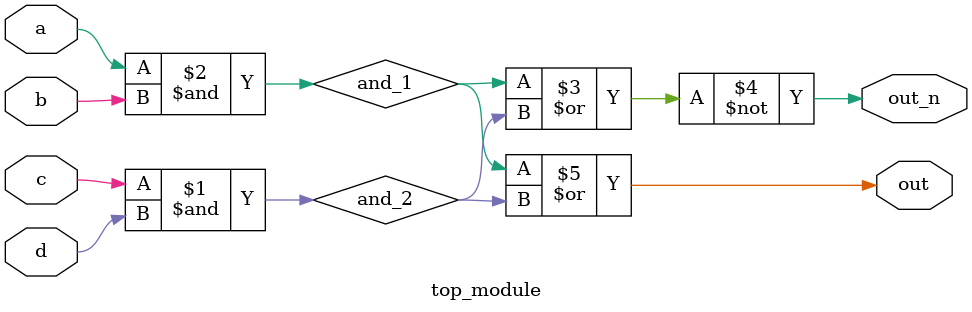
<source format=v>
`default_nettype none
module top_module(
    input a,
    input b,
    input c,
    input d,
    output out,
    output out_n   ); 

    wire and_1, and_2;
    assign {and_1, and_2} = {a & b, c & d};
    assign {out, out_n} = {and_1 | and_2, ~(and_1 | and_2)};

endmodule
</source>
